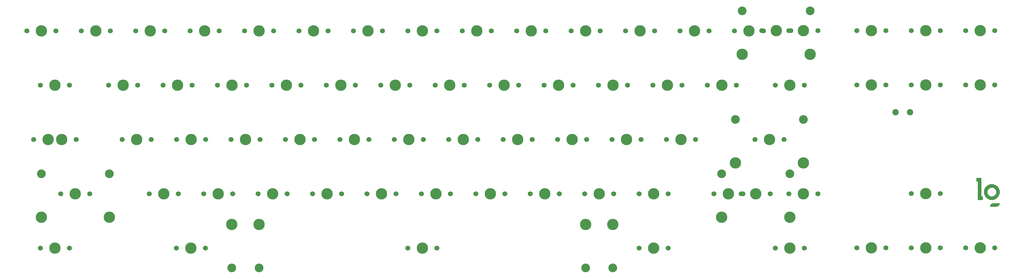
<source format=gbr>
%TF.GenerationSoftware,KiCad,Pcbnew,(5.99.0-12118-g897269f33f)*%
%TF.CreationDate,2021-10-27T19:42:23-04:00*%
%TF.ProjectId,latte,6c617474-652e-46b6-9963-61645f706362,rev?*%
%TF.SameCoordinates,Original*%
%TF.FileFunction,Soldermask,Top*%
%TF.FilePolarity,Negative*%
%FSLAX46Y46*%
G04 Gerber Fmt 4.6, Leading zero omitted, Abs format (unit mm)*
G04 Created by KiCad (PCBNEW (5.99.0-12118-g897269f33f)) date 2021-10-27 19:42:23*
%MOMM*%
%LPD*%
G01*
G04 APERTURE LIST*
%ADD10C,0.010000*%
%ADD11C,1.750000*%
%ADD12C,3.987800*%
%ADD13C,3.048000*%
%ADD14C,2.200000*%
G04 APERTURE END LIST*
D10*
%TO.C,G\u002A\u002A\u002A*%
X324856756Y-123566115D02*
X324810834Y-123783866D01*
X324810834Y-123783866D02*
X324731281Y-123983043D01*
X324731281Y-123983043D02*
X324619973Y-124161387D01*
X324619973Y-124161387D02*
X324478786Y-124316644D01*
X324478786Y-124316644D02*
X324309596Y-124446555D01*
X324309596Y-124446555D02*
X324114277Y-124548863D01*
X324114277Y-124548863D02*
X324006307Y-124589324D01*
X324006307Y-124589324D02*
X323981247Y-124596734D01*
X323981247Y-124596734D02*
X323952380Y-124603086D01*
X323952380Y-124603086D02*
X323916538Y-124608481D01*
X323916538Y-124608481D02*
X323870556Y-124613023D01*
X323870556Y-124613023D02*
X323811265Y-124616816D01*
X323811265Y-124616816D02*
X323735499Y-124619963D01*
X323735499Y-124619963D02*
X323640092Y-124622567D01*
X323640092Y-124622567D02*
X323521875Y-124624732D01*
X323521875Y-124624732D02*
X323377683Y-124626561D01*
X323377683Y-124626561D02*
X323204348Y-124628158D01*
X323204348Y-124628158D02*
X322998704Y-124629625D01*
X322998704Y-124629625D02*
X322757583Y-124631068D01*
X322757583Y-124631068D02*
X322721654Y-124631269D01*
X322721654Y-124631269D02*
X321544461Y-124637817D01*
X321544461Y-124637817D02*
X321544461Y-124546844D01*
X321544461Y-124546844D02*
X321562659Y-124383030D01*
X321562659Y-124383030D02*
X321614325Y-124216226D01*
X321614325Y-124216226D02*
X321695065Y-124053118D01*
X321695065Y-124053118D02*
X321800488Y-123900390D01*
X321800488Y-123900390D02*
X321926201Y-123764727D01*
X321926201Y-123764727D02*
X322067812Y-123652817D01*
X322067812Y-123652817D02*
X322170597Y-123593866D01*
X322170597Y-123593866D02*
X322224055Y-123567871D01*
X322224055Y-123567871D02*
X322272240Y-123545584D01*
X322272240Y-123545584D02*
X322318520Y-123526721D01*
X322318520Y-123526721D02*
X322366266Y-123510995D01*
X322366266Y-123510995D02*
X322418846Y-123498122D01*
X322418846Y-123498122D02*
X322479631Y-123487816D01*
X322479631Y-123487816D02*
X322551989Y-123479792D01*
X322551989Y-123479792D02*
X322639290Y-123473764D01*
X322639290Y-123473764D02*
X322744904Y-123469447D01*
X322744904Y-123469447D02*
X322872199Y-123466555D01*
X322872199Y-123466555D02*
X323024546Y-123464804D01*
X323024546Y-123464804D02*
X323205314Y-123463908D01*
X323205314Y-123463908D02*
X323417873Y-123463581D01*
X323417873Y-123463581D02*
X323665591Y-123463538D01*
X323665591Y-123463538D02*
X324869667Y-123463538D01*
X324869667Y-123463538D02*
X324856756Y-123566115D01*
X324856756Y-123566115D02*
X324856756Y-123566115D01*
G36*
X324856756Y-123566115D02*
G01*
X324810834Y-123783866D01*
X324731281Y-123983043D01*
X324619973Y-124161387D01*
X324478786Y-124316644D01*
X324309596Y-124446555D01*
X324114277Y-124548863D01*
X324006307Y-124589324D01*
X323981247Y-124596734D01*
X323952380Y-124603086D01*
X323916538Y-124608481D01*
X323870556Y-124613023D01*
X323811265Y-124616816D01*
X323735499Y-124619963D01*
X323640092Y-124622567D01*
X323521875Y-124624732D01*
X323377683Y-124626561D01*
X323204348Y-124628158D01*
X322998704Y-124629625D01*
X322757583Y-124631068D01*
X322721654Y-124631269D01*
X321544461Y-124637817D01*
X321544461Y-124546844D01*
X321562659Y-124383030D01*
X321614325Y-124216226D01*
X321695065Y-124053118D01*
X321800488Y-123900390D01*
X321926201Y-123764727D01*
X322067812Y-123652817D01*
X322170597Y-123593866D01*
X322224055Y-123567871D01*
X322272240Y-123545584D01*
X322318520Y-123526721D01*
X322366266Y-123510995D01*
X322418846Y-123498122D01*
X322479631Y-123487816D01*
X322551989Y-123479792D01*
X322639290Y-123473764D01*
X322744904Y-123469447D01*
X322872199Y-123466555D01*
X323024546Y-123464804D01*
X323205314Y-123463908D01*
X323417873Y-123463581D01*
X323665591Y-123463538D01*
X324869667Y-123463538D01*
X324856756Y-123566115D01*
G37*
X324856756Y-123566115D02*
X324810834Y-123783866D01*
X324731281Y-123983043D01*
X324619973Y-124161387D01*
X324478786Y-124316644D01*
X324309596Y-124446555D01*
X324114277Y-124548863D01*
X324006307Y-124589324D01*
X323981247Y-124596734D01*
X323952380Y-124603086D01*
X323916538Y-124608481D01*
X323870556Y-124613023D01*
X323811265Y-124616816D01*
X323735499Y-124619963D01*
X323640092Y-124622567D01*
X323521875Y-124624732D01*
X323377683Y-124626561D01*
X323204348Y-124628158D01*
X322998704Y-124629625D01*
X322757583Y-124631068D01*
X322721654Y-124631269D01*
X321544461Y-124637817D01*
X321544461Y-124546844D01*
X321562659Y-124383030D01*
X321614325Y-124216226D01*
X321695065Y-124053118D01*
X321800488Y-123900390D01*
X321926201Y-123764727D01*
X322067812Y-123652817D01*
X322170597Y-123593866D01*
X322224055Y-123567871D01*
X322272240Y-123545584D01*
X322318520Y-123526721D01*
X322366266Y-123510995D01*
X322418846Y-123498122D01*
X322479631Y-123487816D01*
X322551989Y-123479792D01*
X322639290Y-123473764D01*
X322744904Y-123469447D01*
X322872199Y-123466555D01*
X323024546Y-123464804D01*
X323205314Y-123463908D01*
X323417873Y-123463581D01*
X323665591Y-123463538D01*
X324869667Y-123463538D01*
X324856756Y-123566115D01*
X318398769Y-121099384D02*
X318887230Y-121099384D01*
X318887230Y-121099384D02*
X318887230Y-122271692D01*
X318887230Y-122271692D02*
X317226577Y-122271692D01*
X317226577Y-122271692D02*
X317221634Y-119042961D01*
X317221634Y-119042961D02*
X317216692Y-115814230D01*
X317216692Y-115814230D02*
X316738000Y-115803258D01*
X316738000Y-115803258D02*
X316738000Y-114632154D01*
X316738000Y-114632154D02*
X318398769Y-114632154D01*
X318398769Y-114632154D02*
X318398769Y-121099384D01*
X318398769Y-121099384D02*
X318398769Y-121099384D01*
G36*
X318398769Y-121099384D02*
G01*
X318887230Y-121099384D01*
X318887230Y-122271692D01*
X317226577Y-122271692D01*
X317221634Y-119042961D01*
X317216692Y-115814230D01*
X316738000Y-115803258D01*
X316738000Y-114632154D01*
X318398769Y-114632154D01*
X318398769Y-121099384D01*
G37*
X318398769Y-121099384D02*
X318887230Y-121099384D01*
X318887230Y-122271692D01*
X317226577Y-122271692D01*
X317221634Y-119042961D01*
X317216692Y-115814230D01*
X316738000Y-115803258D01*
X316738000Y-114632154D01*
X318398769Y-114632154D01*
X318398769Y-121099384D01*
X322283030Y-116793728D02*
X322466176Y-116806345D01*
X322466176Y-116806345D02*
X322628837Y-116828150D01*
X322628837Y-116828150D02*
X322676845Y-116837533D01*
X322676845Y-116837533D02*
X322991173Y-116922754D01*
X322991173Y-116922754D02*
X323283351Y-117039147D01*
X323283351Y-117039147D02*
X323556387Y-117188357D01*
X323556387Y-117188357D02*
X323813292Y-117372028D01*
X323813292Y-117372028D02*
X324056328Y-117591056D01*
X324056328Y-117591056D02*
X324275685Y-117835053D01*
X324275685Y-117835053D02*
X324459277Y-118093355D01*
X324459277Y-118093355D02*
X324608446Y-118368494D01*
X324608446Y-118368494D02*
X324724533Y-118662998D01*
X324724533Y-118662998D02*
X324808881Y-118979398D01*
X324808881Y-118979398D02*
X324818763Y-119028307D01*
X324818763Y-119028307D02*
X324840672Y-119182859D01*
X324840672Y-119182859D02*
X324852919Y-119362196D01*
X324852919Y-119362196D02*
X324855609Y-119553506D01*
X324855609Y-119553506D02*
X324848846Y-119743981D01*
X324848846Y-119743981D02*
X324832737Y-119920809D01*
X324832737Y-119920809D02*
X324810322Y-120057758D01*
X324810322Y-120057758D02*
X324722777Y-120379274D01*
X324722777Y-120379274D02*
X324601109Y-120683279D01*
X324601109Y-120683279D02*
X324446836Y-120967758D01*
X324446836Y-120967758D02*
X324261475Y-121230698D01*
X324261475Y-121230698D02*
X324046543Y-121470083D01*
X324046543Y-121470083D02*
X323803557Y-121683901D01*
X323803557Y-121683901D02*
X323534035Y-121870136D01*
X323534035Y-121870136D02*
X323378576Y-121958220D01*
X323378576Y-121958220D02*
X323189549Y-122046470D01*
X323189549Y-122046470D02*
X322980656Y-122124797D01*
X322980656Y-122124797D02*
X322769212Y-122187267D01*
X322769212Y-122187267D02*
X322609307Y-122221931D01*
X322609307Y-122221931D02*
X322472697Y-122240803D01*
X322472697Y-122240803D02*
X322317024Y-122254152D01*
X322317024Y-122254152D02*
X322155274Y-122261492D01*
X322155274Y-122261492D02*
X322000434Y-122262340D01*
X322000434Y-122262340D02*
X321865488Y-122256211D01*
X321865488Y-122256211D02*
X321818000Y-122251456D01*
X321818000Y-122251456D02*
X321490812Y-122192595D01*
X321490812Y-122192595D02*
X321179754Y-122099106D01*
X321179754Y-122099106D02*
X320886710Y-121972746D01*
X320886710Y-121972746D02*
X320613565Y-121815275D01*
X320613565Y-121815275D02*
X320362201Y-121628451D01*
X320362201Y-121628451D02*
X320134502Y-121414034D01*
X320134502Y-121414034D02*
X319932353Y-121173780D01*
X319932353Y-121173780D02*
X319757635Y-120909450D01*
X319757635Y-120909450D02*
X319612235Y-120622802D01*
X319612235Y-120622802D02*
X319498034Y-120315593D01*
X319498034Y-120315593D02*
X319421740Y-120014291D01*
X319421740Y-120014291D02*
X319400627Y-119868525D01*
X319400627Y-119868525D02*
X319388608Y-119697181D01*
X319388608Y-119697181D02*
X319385570Y-119512656D01*
X319385570Y-119512656D02*
X319385747Y-119507000D01*
X319385747Y-119507000D02*
X320560871Y-119507000D01*
X320560871Y-119507000D02*
X320576869Y-119761527D01*
X320576869Y-119761527D02*
X320628434Y-120000305D01*
X320628434Y-120000305D02*
X320715284Y-120222666D01*
X320715284Y-120222666D02*
X320837136Y-120427941D01*
X320837136Y-120427941D02*
X320993706Y-120615464D01*
X320993706Y-120615464D02*
X321056110Y-120676274D01*
X321056110Y-120676274D02*
X321245129Y-120825236D01*
X321245129Y-120825236D02*
X321453621Y-120942057D01*
X321453621Y-120942057D02*
X321677281Y-121025606D01*
X321677281Y-121025606D02*
X321911805Y-121074752D01*
X321911805Y-121074752D02*
X322152890Y-121088366D01*
X322152890Y-121088366D02*
X322396232Y-121065316D01*
X322396232Y-121065316D02*
X322476715Y-121049378D01*
X322476715Y-121049378D02*
X322705327Y-120978545D01*
X322705327Y-120978545D02*
X322917741Y-120873794D01*
X322917741Y-120873794D02*
X323110938Y-120737992D01*
X323110938Y-120737992D02*
X323281900Y-120574009D01*
X323281900Y-120574009D02*
X323427607Y-120384713D01*
X323427607Y-120384713D02*
X323545042Y-120172972D01*
X323545042Y-120172972D02*
X323626851Y-119956384D01*
X323626851Y-119956384D02*
X323650069Y-119873111D01*
X323650069Y-119873111D02*
X323665481Y-119799581D01*
X323665481Y-119799581D02*
X323674649Y-119723266D01*
X323674649Y-119723266D02*
X323679136Y-119631639D01*
X323679136Y-119631639D02*
X323680459Y-119526538D01*
X323680459Y-119526538D02*
X323670325Y-119305303D01*
X323670325Y-119305303D02*
X323636406Y-119107809D01*
X323636406Y-119107809D02*
X323576095Y-118924959D01*
X323576095Y-118924959D02*
X323486785Y-118747652D01*
X323486785Y-118747652D02*
X323432589Y-118661452D01*
X323432589Y-118661452D02*
X323283045Y-118469488D01*
X323283045Y-118469488D02*
X323113402Y-118308466D01*
X323113402Y-118308466D02*
X322927152Y-118178172D01*
X322927152Y-118178172D02*
X322727785Y-118078393D01*
X322727785Y-118078393D02*
X322518792Y-118008918D01*
X322518792Y-118008918D02*
X322303664Y-117969532D01*
X322303664Y-117969532D02*
X322085891Y-117960024D01*
X322085891Y-117960024D02*
X321868965Y-117980180D01*
X321868965Y-117980180D02*
X321656377Y-118029789D01*
X321656377Y-118029789D02*
X321451616Y-118108637D01*
X321451616Y-118108637D02*
X321258175Y-118216512D01*
X321258175Y-118216512D02*
X321079544Y-118353200D01*
X321079544Y-118353200D02*
X320919213Y-118518490D01*
X320919213Y-118518490D02*
X320780675Y-118712168D01*
X320780675Y-118712168D02*
X320716945Y-118826915D01*
X320716945Y-118826915D02*
X320632234Y-119032785D01*
X320632234Y-119032785D02*
X320580722Y-119251249D01*
X320580722Y-119251249D02*
X320561096Y-119488021D01*
X320561096Y-119488021D02*
X320560871Y-119507000D01*
X320560871Y-119507000D02*
X319385747Y-119507000D01*
X319385747Y-119507000D02*
X319391399Y-119327348D01*
X319391399Y-119327348D02*
X319405983Y-119153656D01*
X319405983Y-119153656D02*
X319429208Y-119003977D01*
X319429208Y-119003977D02*
X319431026Y-118995318D01*
X319431026Y-118995318D02*
X319519609Y-118670498D01*
X319519609Y-118670498D02*
X319641244Y-118365293D01*
X319641244Y-118365293D02*
X319794273Y-118081372D01*
X319794273Y-118081372D02*
X319977035Y-117820403D01*
X319977035Y-117820403D02*
X320187873Y-117584052D01*
X320187873Y-117584052D02*
X320425127Y-117373989D01*
X320425127Y-117373989D02*
X320687137Y-117191882D01*
X320687137Y-117191882D02*
X320972246Y-117039397D01*
X320972246Y-117039397D02*
X321278793Y-116918203D01*
X321278793Y-116918203D02*
X321579363Y-116835546D01*
X321579363Y-116835546D02*
X321727566Y-116811205D01*
X321727566Y-116811205D02*
X321902037Y-116796136D01*
X321902037Y-116796136D02*
X322091087Y-116790317D01*
X322091087Y-116790317D02*
X322283030Y-116793728D01*
X322283030Y-116793728D02*
X322283030Y-116793728D01*
G36*
X319405983Y-119153656D02*
G01*
X319429208Y-119003977D01*
X319431026Y-118995318D01*
X319519609Y-118670498D01*
X319641244Y-118365293D01*
X319794273Y-118081372D01*
X319977035Y-117820403D01*
X320187873Y-117584052D01*
X320425127Y-117373989D01*
X320687137Y-117191882D01*
X320972246Y-117039397D01*
X321278793Y-116918203D01*
X321579363Y-116835546D01*
X321727566Y-116811205D01*
X321902037Y-116796136D01*
X322091087Y-116790317D01*
X322283030Y-116793728D01*
X322466176Y-116806345D01*
X322628837Y-116828150D01*
X322676845Y-116837533D01*
X322991173Y-116922754D01*
X323283351Y-117039147D01*
X323556387Y-117188357D01*
X323813292Y-117372028D01*
X324056328Y-117591056D01*
X324275685Y-117835053D01*
X324459277Y-118093355D01*
X324608446Y-118368494D01*
X324724533Y-118662998D01*
X324808881Y-118979398D01*
X324818763Y-119028307D01*
X324840672Y-119182859D01*
X324852919Y-119362196D01*
X324855609Y-119553506D01*
X324848846Y-119743981D01*
X324832737Y-119920809D01*
X324810322Y-120057758D01*
X324722777Y-120379274D01*
X324601109Y-120683279D01*
X324446836Y-120967758D01*
X324261475Y-121230698D01*
X324046543Y-121470083D01*
X323803557Y-121683901D01*
X323534035Y-121870136D01*
X323378576Y-121958220D01*
X323189549Y-122046470D01*
X322980656Y-122124797D01*
X322769212Y-122187267D01*
X322609307Y-122221931D01*
X322472697Y-122240803D01*
X322317024Y-122254152D01*
X322155274Y-122261492D01*
X322000434Y-122262340D01*
X321865488Y-122256211D01*
X321818000Y-122251456D01*
X321490812Y-122192595D01*
X321179754Y-122099106D01*
X320886710Y-121972746D01*
X320613565Y-121815275D01*
X320362201Y-121628451D01*
X320134502Y-121414034D01*
X319932353Y-121173780D01*
X319757635Y-120909450D01*
X319612235Y-120622802D01*
X319498034Y-120315593D01*
X319421740Y-120014291D01*
X319400627Y-119868525D01*
X319388608Y-119697181D01*
X319385570Y-119512656D01*
X319385747Y-119507000D01*
X320560871Y-119507000D01*
X320576869Y-119761527D01*
X320628434Y-120000305D01*
X320715284Y-120222666D01*
X320837136Y-120427941D01*
X320993706Y-120615464D01*
X321056110Y-120676274D01*
X321245129Y-120825236D01*
X321453621Y-120942057D01*
X321677281Y-121025606D01*
X321911805Y-121074752D01*
X322152890Y-121088366D01*
X322396232Y-121065316D01*
X322476715Y-121049378D01*
X322705327Y-120978545D01*
X322917741Y-120873794D01*
X323110938Y-120737992D01*
X323281900Y-120574009D01*
X323427607Y-120384713D01*
X323545042Y-120172972D01*
X323626851Y-119956384D01*
X323650069Y-119873111D01*
X323665481Y-119799581D01*
X323674649Y-119723266D01*
X323679136Y-119631639D01*
X323680459Y-119526538D01*
X323670325Y-119305303D01*
X323636406Y-119107809D01*
X323576095Y-118924959D01*
X323486785Y-118747652D01*
X323432589Y-118661452D01*
X323283045Y-118469488D01*
X323113402Y-118308466D01*
X322927152Y-118178172D01*
X322727785Y-118078393D01*
X322518792Y-118008918D01*
X322303664Y-117969532D01*
X322085891Y-117960024D01*
X321868965Y-117980180D01*
X321656377Y-118029789D01*
X321451616Y-118108637D01*
X321258175Y-118216512D01*
X321079544Y-118353200D01*
X320919213Y-118518490D01*
X320780675Y-118712168D01*
X320716945Y-118826915D01*
X320632234Y-119032785D01*
X320580722Y-119251249D01*
X320561096Y-119488021D01*
X320560871Y-119507000D01*
X319385747Y-119507000D01*
X319391399Y-119327348D01*
X319405983Y-119153656D01*
G37*
X319405983Y-119153656D02*
X319429208Y-119003977D01*
X319431026Y-118995318D01*
X319519609Y-118670498D01*
X319641244Y-118365293D01*
X319794273Y-118081372D01*
X319977035Y-117820403D01*
X320187873Y-117584052D01*
X320425127Y-117373989D01*
X320687137Y-117191882D01*
X320972246Y-117039397D01*
X321278793Y-116918203D01*
X321579363Y-116835546D01*
X321727566Y-116811205D01*
X321902037Y-116796136D01*
X322091087Y-116790317D01*
X322283030Y-116793728D01*
X322466176Y-116806345D01*
X322628837Y-116828150D01*
X322676845Y-116837533D01*
X322991173Y-116922754D01*
X323283351Y-117039147D01*
X323556387Y-117188357D01*
X323813292Y-117372028D01*
X324056328Y-117591056D01*
X324275685Y-117835053D01*
X324459277Y-118093355D01*
X324608446Y-118368494D01*
X324724533Y-118662998D01*
X324808881Y-118979398D01*
X324818763Y-119028307D01*
X324840672Y-119182859D01*
X324852919Y-119362196D01*
X324855609Y-119553506D01*
X324848846Y-119743981D01*
X324832737Y-119920809D01*
X324810322Y-120057758D01*
X324722777Y-120379274D01*
X324601109Y-120683279D01*
X324446836Y-120967758D01*
X324261475Y-121230698D01*
X324046543Y-121470083D01*
X323803557Y-121683901D01*
X323534035Y-121870136D01*
X323378576Y-121958220D01*
X323189549Y-122046470D01*
X322980656Y-122124797D01*
X322769212Y-122187267D01*
X322609307Y-122221931D01*
X322472697Y-122240803D01*
X322317024Y-122254152D01*
X322155274Y-122261492D01*
X322000434Y-122262340D01*
X321865488Y-122256211D01*
X321818000Y-122251456D01*
X321490812Y-122192595D01*
X321179754Y-122099106D01*
X320886710Y-121972746D01*
X320613565Y-121815275D01*
X320362201Y-121628451D01*
X320134502Y-121414034D01*
X319932353Y-121173780D01*
X319757635Y-120909450D01*
X319612235Y-120622802D01*
X319498034Y-120315593D01*
X319421740Y-120014291D01*
X319400627Y-119868525D01*
X319388608Y-119697181D01*
X319385570Y-119512656D01*
X319385747Y-119507000D01*
X320560871Y-119507000D01*
X320576869Y-119761527D01*
X320628434Y-120000305D01*
X320715284Y-120222666D01*
X320837136Y-120427941D01*
X320993706Y-120615464D01*
X321056110Y-120676274D01*
X321245129Y-120825236D01*
X321453621Y-120942057D01*
X321677281Y-121025606D01*
X321911805Y-121074752D01*
X322152890Y-121088366D01*
X322396232Y-121065316D01*
X322476715Y-121049378D01*
X322705327Y-120978545D01*
X322917741Y-120873794D01*
X323110938Y-120737992D01*
X323281900Y-120574009D01*
X323427607Y-120384713D01*
X323545042Y-120172972D01*
X323626851Y-119956384D01*
X323650069Y-119873111D01*
X323665481Y-119799581D01*
X323674649Y-119723266D01*
X323679136Y-119631639D01*
X323680459Y-119526538D01*
X323670325Y-119305303D01*
X323636406Y-119107809D01*
X323576095Y-118924959D01*
X323486785Y-118747652D01*
X323432589Y-118661452D01*
X323283045Y-118469488D01*
X323113402Y-118308466D01*
X322927152Y-118178172D01*
X322727785Y-118078393D01*
X322518792Y-118008918D01*
X322303664Y-117969532D01*
X322085891Y-117960024D01*
X321868965Y-117980180D01*
X321656377Y-118029789D01*
X321451616Y-118108637D01*
X321258175Y-118216512D01*
X321079544Y-118353200D01*
X320919213Y-118518490D01*
X320780675Y-118712168D01*
X320716945Y-118826915D01*
X320632234Y-119032785D01*
X320580722Y-119251249D01*
X320561096Y-119488021D01*
X320560871Y-119507000D01*
X319385747Y-119507000D01*
X319391399Y-119327348D01*
X319405983Y-119153656D01*
%TD*%
D11*
%TO.C,MX19*%
X23155000Y-82075000D03*
X12995000Y-82075000D03*
D12*
X18075000Y-82075000D03*
%TD*%
D11*
%TO.C,MX46*%
X56455000Y-120175000D03*
X46295000Y-120175000D03*
D12*
X51375000Y-120175000D03*
%TD*%
D11*
%TO.C,MX56*%
X304130000Y-120125000D03*
X293970000Y-120125000D03*
D12*
X299050000Y-120125000D03*
%TD*%
D11*
%TO.C,MX23*%
X99355000Y-82075000D03*
X89195000Y-82075000D03*
D12*
X94275000Y-82075000D03*
%TD*%
D11*
%TO.C,MX55*%
X261255000Y-120150000D03*
X251095000Y-120150000D03*
D12*
X256175000Y-120150000D03*
%TD*%
D11*
%TO.C,MX18*%
X323180000Y-62975000D03*
X313020000Y-62975000D03*
D12*
X318100000Y-62975000D03*
%TD*%
%TO.C,2.25u1*%
X256206250Y-109355000D03*
X232393750Y-109355000D03*
D13*
X256206250Y-94115000D03*
X232393750Y-94115000D03*
D11*
X249380000Y-101100000D03*
X239220000Y-101100000D03*
D12*
X244300000Y-101100000D03*
%TD*%
D11*
%TO.C,MX25*%
X137455000Y-82075000D03*
X127295000Y-82075000D03*
D12*
X132375000Y-82075000D03*
%TD*%
D11*
%TO.C,MX37*%
X85055000Y-101125000D03*
X74895000Y-101125000D03*
D12*
X79975000Y-101125000D03*
%TD*%
D11*
%TO.C,1.5u4*%
X46930000Y-139225000D03*
X36770000Y-139225000D03*
D12*
X41850000Y-139225000D03*
%TD*%
%TO.C,2.75u1*%
X251406250Y-128405000D03*
X227593750Y-128405000D03*
D13*
X251406250Y-113165000D03*
X227593750Y-113165000D03*
D11*
X244580000Y-120150000D03*
X234420000Y-120150000D03*
D12*
X239500000Y-120150000D03*
%TD*%
D11*
%TO.C,MX41*%
X161280000Y-101125000D03*
X151120000Y-101125000D03*
D12*
X156200000Y-101125000D03*
%TD*%
D11*
%TO.C,MX51*%
X151705000Y-120175000D03*
X141545000Y-120175000D03*
D12*
X146625000Y-120175000D03*
%TD*%
D11*
%TO.C,MX49*%
X113605000Y-120175000D03*
X103445000Y-120175000D03*
D12*
X108525000Y-120175000D03*
%TD*%
D11*
%TO.C,MX1*%
X-5420000Y-63025000D03*
X-15580000Y-63025000D03*
D12*
X-10500000Y-63025000D03*
%TD*%
D11*
%TO.C,MX2*%
X13630000Y-63025000D03*
X3470000Y-63025000D03*
D12*
X8550000Y-63025000D03*
%TD*%
D11*
%TO.C,MX3*%
X32680000Y-63025000D03*
X22520000Y-63025000D03*
D12*
X27600000Y-63025000D03*
%TD*%
D11*
%TO.C,1.5u1*%
X-670000Y-82075000D03*
X-10830000Y-82075000D03*
D12*
X-5750000Y-82075000D03*
%TD*%
D11*
%TO.C,MX33*%
X323180000Y-82025000D03*
X313020000Y-82025000D03*
D12*
X318100000Y-82025000D03*
%TD*%
D11*
%TO.C,MX54*%
X208855000Y-120175000D03*
X198695000Y-120175000D03*
D12*
X203775000Y-120175000D03*
%TD*%
D11*
%TO.C,MX8*%
X127930000Y-63025000D03*
X117770000Y-63025000D03*
D12*
X122850000Y-63025000D03*
%TD*%
%TO.C,10u1*%
X56137500Y-130970000D03*
D13*
X189487500Y-146210000D03*
D12*
X189487500Y-130970000D03*
D13*
X56137500Y-146210000D03*
%TD*%
D11*
%TO.C,MX9*%
X146980000Y-63025000D03*
X136820000Y-63025000D03*
D12*
X141900000Y-63025000D03*
%TD*%
D11*
%TO.C,MX11*%
X185080000Y-63025000D03*
X174920000Y-63025000D03*
D12*
X180000000Y-63025000D03*
%TD*%
D11*
%TO.C,MX35*%
X46955000Y-101125000D03*
X36795000Y-101125000D03*
D12*
X41875000Y-101125000D03*
%TD*%
D11*
%TO.C,MX14*%
X242230000Y-63000000D03*
X232070000Y-63000000D03*
D12*
X237150000Y-63000000D03*
%TD*%
D11*
%TO.C,1.75u2*%
X235055000Y-120150000D03*
X224895000Y-120150000D03*
D12*
X229975000Y-120150000D03*
%TD*%
D11*
%TO.C,MX38*%
X104105000Y-101125000D03*
X93945000Y-101125000D03*
D12*
X99025000Y-101125000D03*
%TD*%
D11*
%TO.C,MX30*%
X232705000Y-82050000D03*
X222545000Y-82050000D03*
D12*
X227625000Y-82050000D03*
%TD*%
%TO.C,1.75u1*%
X-3375000Y-101125000D03*
D11*
X-8455000Y-101125000D03*
X1705000Y-101125000D03*
%TD*%
%TO.C,MX48*%
X94555000Y-120175000D03*
X84395000Y-120175000D03*
D12*
X89475000Y-120175000D03*
%TD*%
D11*
%TO.C,MX40*%
X142230000Y-101125000D03*
X132070000Y-101125000D03*
D12*
X137150000Y-101125000D03*
%TD*%
D11*
%TO.C,MX57*%
X285080000Y-139175000D03*
X274920000Y-139175000D03*
D12*
X280000000Y-139175000D03*
%TD*%
D11*
%TO.C,MX20*%
X42205000Y-82075000D03*
X32045000Y-82075000D03*
D12*
X37125000Y-82075000D03*
%TD*%
D11*
%TO.C,MX59*%
X323180000Y-139175000D03*
X313020000Y-139175000D03*
D12*
X318100000Y-139175000D03*
%TD*%
%TO.C,2.25u2*%
X13281250Y-128430000D03*
X-10531250Y-128430000D03*
D13*
X13281250Y-113190000D03*
X-10531250Y-113190000D03*
D11*
X6455000Y-120175000D03*
X-3705000Y-120175000D03*
D12*
X1375000Y-120175000D03*
%TD*%
D11*
%TO.C,MX24*%
X118405000Y-82075000D03*
X108245000Y-82075000D03*
D12*
X113325000Y-82075000D03*
%TD*%
D11*
%TO.C,MX15*%
X261280000Y-62975000D03*
X251120000Y-62975000D03*
D12*
X256200000Y-62975000D03*
%TD*%
D11*
%TO.C,1.5u6*%
X256492125Y-139200000D03*
X246332125Y-139200000D03*
D12*
X251412125Y-139200000D03*
%TD*%
D11*
%TO.C,MX16*%
X285080000Y-62975000D03*
X274920000Y-62975000D03*
D12*
X280000000Y-62975000D03*
%TD*%
D11*
%TO.C,MX21*%
X61255000Y-82075000D03*
X51095000Y-82075000D03*
D12*
X56175000Y-82075000D03*
%TD*%
D11*
%TO.C,MX45*%
X37405000Y-120175000D03*
X27245000Y-120175000D03*
D12*
X32325000Y-120175000D03*
%TD*%
D11*
%TO.C,MX39*%
X123155000Y-101125000D03*
X112995000Y-101125000D03*
D12*
X118075000Y-101125000D03*
%TD*%
D11*
%TO.C,MX10*%
X166030000Y-63025000D03*
X155870000Y-63025000D03*
D12*
X160950000Y-63025000D03*
%TD*%
%TO.C,7u1*%
X179962500Y-130970000D03*
X65662500Y-130970000D03*
D13*
X179962500Y-146210000D03*
X65662500Y-146210000D03*
D11*
X127892500Y-139225000D03*
X117732500Y-139225000D03*
D12*
X122812500Y-139225000D03*
%TD*%
D11*
%TO.C,MX27*%
X175555000Y-82075000D03*
X165395000Y-82075000D03*
D12*
X170475000Y-82075000D03*
%TD*%
D11*
%TO.C,MX13*%
X223180000Y-63000000D03*
X213020000Y-63000000D03*
D12*
X218100000Y-63000000D03*
%TD*%
D11*
%TO.C,1.5u3*%
X-695000Y-139225000D03*
X-10855000Y-139225000D03*
D12*
X-5775000Y-139225000D03*
%TD*%
D11*
%TO.C,MX52*%
X170755000Y-120175000D03*
X160595000Y-120175000D03*
D12*
X165675000Y-120175000D03*
%TD*%
D11*
%TO.C,1.5u5*%
X208867125Y-139200000D03*
X198707125Y-139200000D03*
D12*
X203787125Y-139200000D03*
%TD*%
D11*
%TO.C,MX53*%
X189805000Y-120175000D03*
X179645000Y-120175000D03*
D12*
X184725000Y-120175000D03*
%TD*%
D11*
%TO.C,MX42*%
X180330000Y-101125000D03*
X170170000Y-101125000D03*
D12*
X175250000Y-101125000D03*
%TD*%
D11*
%TO.C,MX4*%
X51730000Y-63025000D03*
X41570000Y-63025000D03*
D12*
X46650000Y-63025000D03*
%TD*%
D11*
%TO.C,MX17*%
X304130000Y-62975000D03*
X293970000Y-62975000D03*
D12*
X299050000Y-62975000D03*
%TD*%
D11*
%TO.C,MX47*%
X75505000Y-120175000D03*
X65345000Y-120175000D03*
D12*
X70425000Y-120175000D03*
%TD*%
D11*
%TO.C,MX31*%
X285080000Y-82025000D03*
X274920000Y-82025000D03*
D12*
X280000000Y-82025000D03*
%TD*%
D11*
%TO.C,MX43*%
X199380000Y-101125000D03*
X189220000Y-101125000D03*
D12*
X194300000Y-101125000D03*
%TD*%
D11*
%TO.C,1.5u2*%
X256505000Y-82050000D03*
X246345000Y-82050000D03*
D12*
X251425000Y-82050000D03*
%TD*%
%TO.C,1.25u1*%
X-8150000Y-101125000D03*
D11*
X-13230000Y-101125000D03*
X-3070000Y-101125000D03*
%TD*%
%TO.C,MX12*%
X204130000Y-63000000D03*
X193970000Y-63000000D03*
D12*
X199050000Y-63000000D03*
%TD*%
D11*
%TO.C,MX34*%
X27905000Y-101125000D03*
X17745000Y-101125000D03*
D12*
X22825000Y-101125000D03*
%TD*%
D11*
%TO.C,MX44*%
X218430000Y-101100000D03*
X208270000Y-101100000D03*
D12*
X213350000Y-101100000D03*
%TD*%
D11*
%TO.C,MX22*%
X80305000Y-82075000D03*
X70145000Y-82075000D03*
D12*
X75225000Y-82075000D03*
%TD*%
D11*
%TO.C,MX50*%
X132655000Y-120175000D03*
X122495000Y-120175000D03*
D12*
X127575000Y-120175000D03*
%TD*%
D11*
%TO.C,MX32*%
X304130000Y-82025000D03*
X293970000Y-82025000D03*
D12*
X299050000Y-82025000D03*
%TD*%
D11*
%TO.C,MX26*%
X156505000Y-82075000D03*
X146345000Y-82075000D03*
D12*
X151425000Y-82075000D03*
%TD*%
D11*
%TO.C,MX5*%
X70780000Y-63025000D03*
X60620000Y-63025000D03*
D12*
X65700000Y-63025000D03*
%TD*%
%TO.C,2u1*%
X258581250Y-71230000D03*
X234768750Y-71230000D03*
D13*
X258581250Y-55990000D03*
X234768750Y-55990000D03*
D11*
X251755000Y-62975000D03*
X241595000Y-62975000D03*
D12*
X246675000Y-62975000D03*
%TD*%
D11*
%TO.C,MX29*%
X213655000Y-82050000D03*
X203495000Y-82050000D03*
D12*
X208575000Y-82050000D03*
%TD*%
D11*
%TO.C,MX58*%
X304130000Y-139175000D03*
X293970000Y-139175000D03*
D12*
X299050000Y-139175000D03*
%TD*%
D11*
%TO.C,MX28*%
X194605000Y-82075000D03*
X184445000Y-82075000D03*
D12*
X189525000Y-82075000D03*
%TD*%
D11*
%TO.C,MX6*%
X89830000Y-63025000D03*
X79670000Y-63025000D03*
D12*
X84750000Y-63025000D03*
%TD*%
D11*
%TO.C,MX36*%
X66005000Y-101125000D03*
X55845000Y-101125000D03*
D12*
X60925000Y-101125000D03*
%TD*%
D11*
%TO.C,MX7*%
X108880000Y-63025000D03*
X98720000Y-63025000D03*
D12*
X103800000Y-63025000D03*
%TD*%
D14*
%TO.C,JP1*%
X288460000Y-91525000D03*
X293540000Y-91525000D03*
%TD*%
M02*

</source>
